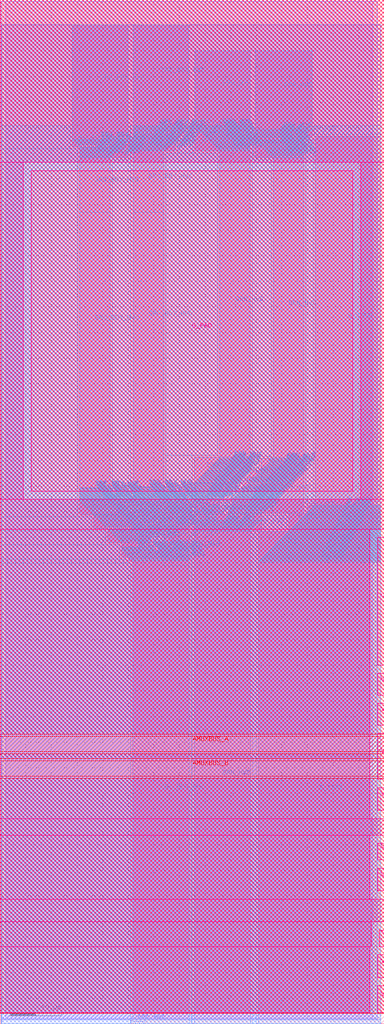
<source format=lef>
# Copyright 2020 The SkyWater PDK Authors
#
# Licensed under the Apache License, Version 2.0 (the "License");
# you may not use this file except in compliance with the License.
# You may obtain a copy of the License at
#
#     https://www.apache.org/licenses/LICENSE-2.0
#
# Unless required by applicable law or agreed to in writing, software
# distributed under the License is distributed on an "AS IS" BASIS,
# WITHOUT WARRANTIES OR CONDITIONS OF ANY KIND, either express or implied.
# See the License for the specific language governing permissions and
# limitations under the License.
#
# SPDX-License-Identifier: Apache-2.0

VERSION 5.7 ;
  NOWIREEXTENSIONATPIN ON ;
  DIVIDERCHAR "/" ;
  BUSBITCHARS "[]" ;
MACRO sky130_fd_io__top_ground_hvc_wpad
  CLASS PAD ;
  FOREIGN sky130_fd_io__top_ground_hvc_wpad ;
  ORIGIN  0.000000  0.000000 ;
  SIZE  75.00000 BY  200.0000 ;
  SYMMETRY X Y R90 ;
  PIN AMUXBUS_A
    DIRECTION INOUT ;
    USE SIGNAL ;
    PORT
      LAYER met4 ;
        RECT 0.000000 53.125000 75.000000 56.105000 ;
    END
  END AMUXBUS_A
  PIN AMUXBUS_B
    DIRECTION INOUT ;
    USE SIGNAL ;
    PORT
      LAYER met4 ;
        RECT 0.000000 48.365000 75.000000 51.345000 ;
    END
  END AMUXBUS_B
  PIN G_PAD
    DIRECTION INOUT ;
    USE SIGNAL ;
    PORT
      LAYER met5 ;
        RECT 6.100000 104.010000 68.800000 166.625000 ;
    END
  END G_PAD
  PIN DRN_HVC
    DIRECTION INOUT ;
    USE POWER ;
    PORT
      LAYER met3 ;
        RECT 37.890000 0.000000 48.890000 96.150000 ;
    END
    PORT
      LAYER met3 ;
        RECT 37.890000 100.105000 42.840000 100.215000 ;
    END
    PORT
      LAYER met3 ;
        RECT 37.890000 100.215000 42.840000 102.135000 ;
    END
    PORT
      LAYER met3 ;
        RECT 37.890000 102.135000 42.840000 102.285000 ;
    END
    PORT
      LAYER met3 ;
        RECT 37.890000 102.285000 42.990000 102.435000 ;
    END
    PORT
      LAYER met3 ;
        RECT 37.890000 102.435000 43.140000 102.585000 ;
    END
    PORT
      LAYER met3 ;
        RECT 37.890000 102.585000 43.290000 102.735000 ;
    END
    PORT
      LAYER met3 ;
        RECT 37.890000 102.735000 43.440000 102.885000 ;
    END
    PORT
      LAYER met3 ;
        RECT 37.890000 102.885000 43.590000 103.035000 ;
    END
    PORT
      LAYER met3 ;
        RECT 37.890000 103.035000 43.740000 103.185000 ;
    END
    PORT
      LAYER met3 ;
        RECT 37.890000 103.185000 43.890000 103.335000 ;
    END
    PORT
      LAYER met3 ;
        RECT 37.890000 103.335000 44.040000 103.485000 ;
    END
    PORT
      LAYER met3 ;
        RECT 37.890000 103.485000 44.190000 103.635000 ;
    END
    PORT
      LAYER met3 ;
        RECT 37.890000 103.635000 44.340000 103.785000 ;
    END
    PORT
      LAYER met3 ;
        RECT 37.890000 103.785000 44.490000 103.935000 ;
    END
    PORT
      LAYER met3 ;
        RECT 37.890000 103.935000 44.640000 104.085000 ;
    END
    PORT
      LAYER met3 ;
        RECT 37.890000 104.085000 44.790000 104.235000 ;
    END
    PORT
      LAYER met3 ;
        RECT 37.890000 104.235000 44.940000 104.385000 ;
    END
    PORT
      LAYER met3 ;
        RECT 37.890000 104.535000 45.240000 104.685000 ;
    END
    PORT
      LAYER met3 ;
        RECT 37.890000 104.685000 45.390000 104.835000 ;
    END
    PORT
      LAYER met3 ;
        RECT 37.890000 104.835000 45.540000 104.985000 ;
    END
    PORT
      LAYER met3 ;
        RECT 37.890000 104.985000 45.690000 105.135000 ;
    END
    PORT
      LAYER met3 ;
        RECT 37.890000 105.135000 45.840000 105.285000 ;
    END
    PORT
      LAYER met3 ;
        RECT 37.890000 105.285000 45.990000 105.435000 ;
    END
    PORT
      LAYER met3 ;
        RECT 37.890000 105.435000 46.140000 105.585000 ;
    END
    PORT
      LAYER met3 ;
        RECT 37.890000 105.585000 46.290000 105.655000 ;
    END
    PORT
      LAYER met3 ;
        RECT 37.890000 105.655000 42.855000 110.620000 ;
    END
    PORT
      LAYER met3 ;
        RECT 37.890000 96.150000 48.890000 96.300000 ;
    END
    PORT
      LAYER met3 ;
        RECT 37.890000 96.300000 49.040000 96.450000 ;
    END
    PORT
      LAYER met3 ;
        RECT 37.890000 96.450000 49.190000 96.600000 ;
    END
    PORT
      LAYER met3 ;
        RECT 37.890000 96.600000 49.340000 96.750000 ;
    END
    PORT
      LAYER met3 ;
        RECT 37.890000 96.750000 49.490000 96.900000 ;
    END
    PORT
      LAYER met3 ;
        RECT 37.890000 96.900000 49.640000 97.050000 ;
    END
    PORT
      LAYER met3 ;
        RECT 37.890000 97.050000 49.790000 97.200000 ;
    END
    PORT
      LAYER met3 ;
        RECT 37.890000 97.200000 49.940000 97.350000 ;
    END
    PORT
      LAYER met3 ;
        RECT 37.890000 97.350000 50.090000 97.500000 ;
    END
    PORT
      LAYER met3 ;
        RECT 37.890000 97.500000 50.240000 97.650000 ;
    END
    PORT
      LAYER met3 ;
        RECT 37.890000 97.650000 50.390000 97.800000 ;
    END
    PORT
      LAYER met3 ;
        RECT 37.890000 97.800000 50.540000 97.950000 ;
    END
    PORT
      LAYER met3 ;
        RECT 37.890000 97.950000 50.690000 98.100000 ;
    END
    PORT
      LAYER met3 ;
        RECT 37.890000 98.100000 50.840000 98.250000 ;
    END
    PORT
      LAYER met3 ;
        RECT 37.890000 98.300000 51.040000 99.505000 ;
    END
    PORT
      LAYER met3 ;
        RECT 37.890000 99.505000 43.400000 99.655000 ;
    END
    PORT
      LAYER met3 ;
        RECT 37.890000 99.655000 43.250000 99.805000 ;
    END
    PORT
      LAYER met3 ;
        RECT 37.890000 99.805000 43.100000 99.955000 ;
    END
    PORT
      LAYER met3 ;
        RECT 37.965000 170.460000 42.855000 175.350000 ;
    END
    PORT
      LAYER met3 ;
        RECT 37.965000 175.350000 48.855000 190.020000 ;
    END
    PORT
      LAYER met3 ;
        RECT 38.040000 105.655000 46.360000 105.805000 ;
    END
    PORT
      LAYER met3 ;
        RECT 38.055000 175.260000 48.855000 175.350000 ;
    END
    PORT
      LAYER met3 ;
        RECT 38.190000 105.805000 46.510000 105.955000 ;
    END
    PORT
      LAYER met3 ;
        RECT 38.205000 175.110000 48.855000 175.260000 ;
    END
    PORT
      LAYER met3 ;
        RECT 38.355000 174.960000 48.855000 175.110000 ;
    END
    PORT
      LAYER met3 ;
        RECT 38.490000 106.105000 46.810000 106.255000 ;
    END
    PORT
      LAYER met3 ;
        RECT 38.505000 174.810000 48.855000 174.960000 ;
    END
    PORT
      LAYER met3 ;
        RECT 38.640000 106.255000 46.960000 106.405000 ;
    END
    PORT
      LAYER met3 ;
        RECT 38.655000 174.660000 48.855000 174.810000 ;
    END
    PORT
      LAYER met3 ;
        RECT 38.790000 106.405000 47.110000 106.555000 ;
    END
    PORT
      LAYER met3 ;
        RECT 38.805000 174.510000 48.855000 174.660000 ;
    END
    PORT
      LAYER met3 ;
        RECT 38.940000 106.555000 47.260000 106.705000 ;
    END
    PORT
      LAYER met3 ;
        RECT 38.955000 174.360000 48.855000 174.510000 ;
    END
    PORT
      LAYER met3 ;
        RECT 39.090000 106.705000 47.410000 106.855000 ;
    END
    PORT
      LAYER met3 ;
        RECT 39.105000 174.210000 48.855000 174.360000 ;
    END
    PORT
      LAYER met3 ;
        RECT 39.240000 106.855000 47.560000 107.005000 ;
    END
    PORT
      LAYER met3 ;
        RECT 39.255000 174.060000 48.855000 174.210000 ;
    END
    PORT
      LAYER met3 ;
        RECT 39.390000 107.005000 47.710000 107.155000 ;
    END
    PORT
      LAYER met3 ;
        RECT 39.405000 173.910000 48.855000 174.060000 ;
    END
    PORT
      LAYER met3 ;
        RECT 39.540000 107.155000 47.860000 107.305000 ;
    END
    PORT
      LAYER met3 ;
        RECT 39.555000 173.760000 48.855000 173.910000 ;
    END
    PORT
      LAYER met3 ;
        RECT 39.690000 107.305000 48.010000 107.455000 ;
    END
    PORT
      LAYER met3 ;
        RECT 39.705000 173.610000 48.855000 173.760000 ;
    END
    PORT
      LAYER met3 ;
        RECT 39.840000 107.455000 48.160000 107.605000 ;
    END
    PORT
      LAYER met3 ;
        RECT 39.855000 173.460000 48.855000 173.610000 ;
    END
    PORT
      LAYER met3 ;
        RECT 39.990000 107.605000 48.310000 107.755000 ;
    END
    PORT
      LAYER met3 ;
        RECT 40.005000 173.310000 48.855000 173.460000 ;
    END
    PORT
      LAYER met3 ;
        RECT 40.140000 107.755000 48.460000 107.905000 ;
    END
    PORT
      LAYER met3 ;
        RECT 40.155000 173.160000 48.855000 173.310000 ;
    END
    PORT
      LAYER met3 ;
        RECT 40.290000 107.905000 48.610000 108.055000 ;
    END
    PORT
      LAYER met3 ;
        RECT 40.305000 173.010000 48.855000 173.160000 ;
    END
    PORT
      LAYER met3 ;
        RECT 40.455000 172.860000 48.855000 173.010000 ;
    END
    PORT
      LAYER met3 ;
        RECT 40.535000 108.150000 48.855000 108.300000 ;
    END
    PORT
      LAYER met3 ;
        RECT 40.605000 172.710000 48.855000 172.860000 ;
    END
    PORT
      LAYER met3 ;
        RECT 40.685000 108.300000 48.855000 108.450000 ;
    END
    PORT
      LAYER met3 ;
        RECT 40.755000 172.560000 48.855000 172.710000 ;
    END
    PORT
      LAYER met3 ;
        RECT 40.835000 108.450000 48.855000 108.600000 ;
    END
    PORT
      LAYER met3 ;
        RECT 40.905000 172.410000 48.855000 172.560000 ;
    END
    PORT
      LAYER met3 ;
        RECT 40.985000 108.600000 48.855000 108.750000 ;
    END
    PORT
      LAYER met3 ;
        RECT 41.055000 172.260000 48.855000 172.410000 ;
    END
    PORT
      LAYER met3 ;
        RECT 41.135000 108.750000 48.855000 108.900000 ;
    END
    PORT
      LAYER met3 ;
        RECT 41.205000 172.110000 48.855000 172.260000 ;
    END
    PORT
      LAYER met3 ;
        RECT 41.285000 108.900000 48.855000 109.050000 ;
    END
    PORT
      LAYER met3 ;
        RECT 41.355000 171.960000 48.855000 172.110000 ;
    END
    PORT
      LAYER met3 ;
        RECT 41.435000 109.050000 48.855000 109.200000 ;
    END
    PORT
      LAYER met3 ;
        RECT 41.505000 171.810000 48.855000 171.960000 ;
    END
    PORT
      LAYER met3 ;
        RECT 41.585000 109.200000 48.855000 109.350000 ;
    END
    PORT
      LAYER met3 ;
        RECT 41.655000 171.660000 48.855000 171.810000 ;
    END
    PORT
      LAYER met3 ;
        RECT 41.735000 109.350000 48.855000 109.500000 ;
    END
    PORT
      LAYER met3 ;
        RECT 41.805000 171.510000 48.855000 171.660000 ;
    END
    PORT
      LAYER met3 ;
        RECT 41.885000 109.500000 48.855000 109.650000 ;
    END
    PORT
      LAYER met3 ;
        RECT 41.955000 171.360000 48.855000 171.510000 ;
    END
    PORT
      LAYER met3 ;
        RECT 42.035000 109.650000 48.855000 109.800000 ;
    END
    PORT
      LAYER met3 ;
        RECT 42.105000 171.210000 48.855000 171.360000 ;
    END
    PORT
      LAYER met3 ;
        RECT 42.185000 109.800000 48.855000 109.950000 ;
    END
    PORT
      LAYER met3 ;
        RECT 42.255000 171.060000 48.855000 171.210000 ;
    END
    PORT
      LAYER met3 ;
        RECT 42.335000 109.950000 48.855000 110.100000 ;
    END
    PORT
      LAYER met3 ;
        RECT 42.405000 170.910000 48.855000 171.060000 ;
    END
    PORT
      LAYER met3 ;
        RECT 42.485000 110.100000 48.855000 110.250000 ;
    END
    PORT
      LAYER met3 ;
        RECT 42.555000 170.760000 48.855000 170.910000 ;
    END
    PORT
      LAYER met3 ;
        RECT 42.635000 110.250000 48.855000 110.400000 ;
    END
    PORT
      LAYER met3 ;
        RECT 42.840000 102.135000 45.240000 104.535000 ;
    END
    PORT
      LAYER met3 ;
        RECT 42.840000 99.505000 43.550000 100.215000 ;
    END
    PORT
      LAYER met3 ;
        RECT 42.855000 108.150000 48.855000 110.620000 ;
    END
    PORT
      LAYER met3 ;
        RECT 42.855000 110.620000 48.855000 170.460000 ;
    END
    PORT
      LAYER met3 ;
        RECT 42.855000 170.460000 48.855000 170.610000 ;
    END
    PORT
      LAYER met3 ;
        RECT 44.550000 99.505000 45.260000 100.215000 ;
    END
    PORT
      LAYER met3 ;
        RECT 44.655000 99.505000 51.040000 99.610000 ;
    END
    PORT
      LAYER met3 ;
        RECT 44.760000 99.610000 51.040000 99.715000 ;
    END
    PORT
      LAYER met3 ;
        RECT 44.910000 99.715000 51.040000 99.865000 ;
    END
    PORT
      LAYER met3 ;
        RECT 45.060000 99.865000 51.190000 100.015000 ;
    END
    PORT
      LAYER met3 ;
        RECT 45.240000 104.535000 46.715000 106.010000 ;
    END
    PORT
      LAYER met3 ;
        RECT 45.260000 100.165000 51.490000 100.215000 ;
    END
    PORT
      LAYER met3 ;
        RECT 45.260000 100.215000 51.540000 100.365000 ;
    END
    PORT
      LAYER met3 ;
        RECT 45.260000 100.365000 51.690000 100.515000 ;
    END
    PORT
      LAYER met3 ;
        RECT 45.260000 100.515000 51.840000 100.665000 ;
    END
    PORT
      LAYER met3 ;
        RECT 45.260000 100.665000 51.990000 100.815000 ;
    END
    PORT
      LAYER met3 ;
        RECT 45.260000 100.815000 52.140000 100.965000 ;
    END
    PORT
      LAYER met3 ;
        RECT 45.260000 100.965000 52.290000 101.115000 ;
    END
    PORT
      LAYER met3 ;
        RECT 45.260000 101.115000 52.440000 101.265000 ;
    END
    PORT
      LAYER met3 ;
        RECT 45.260000 101.265000 52.590000 101.415000 ;
    END
    PORT
      LAYER met3 ;
        RECT 45.260000 101.415000 52.740000 101.565000 ;
    END
    PORT
      LAYER met3 ;
        RECT 45.260000 101.565000 52.890000 101.715000 ;
    END
    PORT
      LAYER met3 ;
        RECT 45.260000 101.715000 53.040000 101.865000 ;
    END
    PORT
      LAYER met3 ;
        RECT 45.260000 101.865000 53.190000 102.015000 ;
    END
    PORT
      LAYER met3 ;
        RECT 45.260000 102.015000 53.340000 102.165000 ;
    END
    PORT
      LAYER met3 ;
        RECT 45.260000 102.165000 53.490000 102.315000 ;
    END
    PORT
      LAYER met3 ;
        RECT 45.260000 102.315000 53.640000 102.415000 ;
    END
    PORT
      LAYER met3 ;
        RECT 45.260000 102.415000 47.380000 104.535000 ;
    END
    PORT
      LAYER met3 ;
        RECT 45.410000 102.415000 53.740000 102.565000 ;
    END
    PORT
      LAYER met3 ;
        RECT 45.560000 102.565000 53.890000 102.715000 ;
    END
    PORT
      LAYER met3 ;
        RECT 45.710000 102.715000 54.040000 102.865000 ;
    END
    PORT
      LAYER met3 ;
        RECT 45.860000 102.865000 54.190000 103.015000 ;
    END
    PORT
      LAYER met3 ;
        RECT 46.010000 103.015000 54.340000 103.165000 ;
    END
    PORT
      LAYER met3 ;
        RECT 46.160000 103.165000 54.490000 103.315000 ;
    END
    PORT
      LAYER met3 ;
        RECT 46.310000 103.315000 54.640000 103.465000 ;
    END
    PORT
      LAYER met3 ;
        RECT 46.460000 103.465000 54.790000 103.615000 ;
    END
    PORT
      LAYER met3 ;
        RECT 46.610000 103.615000 54.940000 103.765000 ;
    END
    PORT
      LAYER met3 ;
        RECT 46.715000 106.010000 48.855000 108.150000 ;
    END
    PORT
      LAYER met3 ;
        RECT 46.760000 103.765000 55.090000 103.915000 ;
    END
    PORT
      LAYER met3 ;
        RECT 46.910000 103.915000 55.240000 104.065000 ;
    END
    PORT
      LAYER met3 ;
        RECT 47.060000 104.065000 55.390000 104.215000 ;
    END
    PORT
      LAYER met3 ;
        RECT 47.210000 104.215000 55.540000 104.365000 ;
    END
    PORT
      LAYER met3 ;
        RECT 47.380000 104.535000 48.855000 106.010000 ;
    END
    PORT
      LAYER met3 ;
        RECT 47.510000 104.515000 55.840000 104.665000 ;
    END
    PORT
      LAYER met3 ;
        RECT 47.660000 104.665000 55.990000 104.815000 ;
    END
    PORT
      LAYER met3 ;
        RECT 47.810000 104.815000 56.140000 104.965000 ;
    END
    PORT
      LAYER met3 ;
        RECT 47.960000 104.965000 56.290000 105.115000 ;
    END
    PORT
      LAYER met3 ;
        RECT 48.110000 105.115000 56.440000 105.265000 ;
    END
    PORT
      LAYER met3 ;
        RECT 48.260000 105.265000 56.590000 105.415000 ;
    END
    PORT
      LAYER met3 ;
        RECT 48.410000 105.415000 56.740000 105.565000 ;
    END
    PORT
      LAYER met3 ;
        RECT 48.560000 105.565000 56.890000 105.715000 ;
    END
    PORT
      LAYER met3 ;
        RECT 48.855000 106.010000 50.995000 108.150000 ;
    END
    PORT
      LAYER met3 ;
        RECT 48.860000 105.865000 57.190000 106.015000 ;
    END
    PORT
      LAYER met3 ;
        RECT 48.890000 96.150000 51.040000 98.300000 ;
    END
    PORT
      LAYER met3 ;
        RECT 49.010000 106.015000 57.340000 106.165000 ;
    END
    PORT
      LAYER met3 ;
        RECT 49.160000 106.165000 57.490000 106.315000 ;
    END
    PORT
      LAYER met3 ;
        RECT 49.310000 106.315000 57.640000 106.465000 ;
    END
    PORT
      LAYER met3 ;
        RECT 49.460000 106.465000 57.790000 106.615000 ;
    END
    PORT
      LAYER met3 ;
        RECT 49.610000 106.615000 57.940000 106.765000 ;
    END
    PORT
      LAYER met3 ;
        RECT 49.760000 106.765000 58.090000 106.915000 ;
    END
    PORT
      LAYER met3 ;
        RECT 49.775000 169.135000 53.285000 172.645000 ;
    END
    PORT
      LAYER met3 ;
        RECT 49.775000 172.645000 59.285000 173.020000 ;
    END
    PORT
      LAYER met3 ;
        RECT 49.775000 172.645000 59.285000 173.170000 ;
    END
    PORT
      LAYER met3 ;
        RECT 49.775000 173.170000 59.435000 173.320000 ;
    END
    PORT
      LAYER met3 ;
        RECT 49.775000 173.320000 59.585000 173.470000 ;
    END
    PORT
      LAYER met3 ;
        RECT 49.775000 173.470000 59.735000 173.620000 ;
    END
    PORT
      LAYER met3 ;
        RECT 49.775000 173.620000 59.885000 173.770000 ;
    END
    PORT
      LAYER met3 ;
        RECT 49.775000 173.770000 60.035000 173.920000 ;
    END
    PORT
      LAYER met3 ;
        RECT 49.775000 173.920000 60.185000 174.070000 ;
    END
    PORT
      LAYER met3 ;
        RECT 49.775000 174.070000 60.335000 174.220000 ;
    END
    PORT
      LAYER met3 ;
        RECT 49.775000 174.220000 60.485000 174.370000 ;
    END
    PORT
      LAYER met3 ;
        RECT 49.775000 174.370000 60.635000 174.520000 ;
    END
    PORT
      LAYER met3 ;
        RECT 49.775000 174.520000 60.785000 174.670000 ;
    END
    PORT
      LAYER met3 ;
        RECT 49.775000 174.680000 60.945000 190.040000 ;
    END
    PORT
      LAYER met3 ;
        RECT 49.835000 172.585000 59.285000 172.645000 ;
    END
    PORT
      LAYER met3 ;
        RECT 49.910000 106.915000 58.240000 107.065000 ;
    END
    PORT
      LAYER met3 ;
        RECT 49.985000 172.435000 59.285000 172.585000 ;
    END
    PORT
      LAYER met3 ;
        RECT 50.060000 107.065000 58.390000 107.215000 ;
    END
    PORT
      LAYER met3 ;
        RECT 50.135000 172.285000 59.285000 172.435000 ;
    END
    PORT
      LAYER met3 ;
        RECT 50.210000 107.215000 58.540000 107.365000 ;
    END
    PORT
      LAYER met3 ;
        RECT 50.285000 172.135000 59.285000 172.285000 ;
    END
    PORT
      LAYER met3 ;
        RECT 50.360000 107.365000 58.690000 107.515000 ;
    END
    PORT
      LAYER met3 ;
        RECT 50.435000 171.985000 59.285000 172.135000 ;
    END
    PORT
      LAYER met3 ;
        RECT 50.510000 107.515000 58.840000 107.665000 ;
    END
    PORT
      LAYER met3 ;
        RECT 50.585000 171.835000 59.285000 171.985000 ;
    END
    PORT
      LAYER met3 ;
        RECT 50.660000 107.665000 58.990000 107.815000 ;
    END
    PORT
      LAYER met3 ;
        RECT 50.735000 171.685000 59.285000 171.835000 ;
    END
    PORT
      LAYER met3 ;
        RECT 50.885000 171.535000 59.285000 171.685000 ;
    END
    PORT
      LAYER met3 ;
        RECT 50.995000 108.150000 53.285000 110.440000 ;
    END
    PORT
      LAYER met3 ;
        RECT 51.035000 171.385000 59.285000 171.535000 ;
    END
    PORT
      LAYER met3 ;
        RECT 51.040000 99.715000 59.285000 107.960000 ;
    END
    PORT
      LAYER met3 ;
        RECT 51.105000 108.110000 59.285000 108.260000 ;
    END
    PORT
      LAYER met3 ;
        RECT 51.185000 171.235000 59.285000 171.385000 ;
    END
    PORT
      LAYER met3 ;
        RECT 51.255000 108.260000 59.285000 108.410000 ;
    END
    PORT
      LAYER met3 ;
        RECT 51.335000 171.085000 59.285000 171.235000 ;
    END
    PORT
      LAYER met3 ;
        RECT 51.405000 108.410000 59.285000 108.560000 ;
    END
    PORT
      LAYER met3 ;
        RECT 51.485000 170.935000 59.285000 171.085000 ;
    END
    PORT
      LAYER met3 ;
        RECT 51.555000 108.560000 59.285000 108.710000 ;
    END
    PORT
      LAYER met3 ;
        RECT 51.635000 170.785000 59.285000 170.935000 ;
    END
    PORT
      LAYER met3 ;
        RECT 51.705000 108.710000 59.285000 108.860000 ;
    END
    PORT
      LAYER met3 ;
        RECT 51.785000 170.635000 59.285000 170.785000 ;
    END
    PORT
      LAYER met3 ;
        RECT 51.855000 108.860000 59.285000 109.010000 ;
    END
    PORT
      LAYER met3 ;
        RECT 51.935000 170.485000 59.285000 170.635000 ;
    END
    PORT
      LAYER met3 ;
        RECT 52.005000 109.010000 59.285000 109.160000 ;
    END
    PORT
      LAYER met3 ;
        RECT 52.085000 170.335000 59.285000 170.485000 ;
    END
    PORT
      LAYER met3 ;
        RECT 52.155000 109.160000 59.285000 109.310000 ;
    END
    PORT
      LAYER met3 ;
        RECT 52.235000 170.185000 59.285000 170.335000 ;
    END
    PORT
      LAYER met3 ;
        RECT 52.305000 109.310000 59.285000 109.460000 ;
    END
    PORT
      LAYER met3 ;
        RECT 52.385000 170.035000 59.285000 170.185000 ;
    END
    PORT
      LAYER met3 ;
        RECT 52.455000 109.460000 59.285000 109.610000 ;
    END
    PORT
      LAYER met3 ;
        RECT 52.535000 169.885000 59.285000 170.035000 ;
    END
    PORT
      LAYER met3 ;
        RECT 52.605000 109.610000 59.285000 109.760000 ;
    END
    PORT
      LAYER met3 ;
        RECT 52.685000 169.735000 59.285000 169.885000 ;
    END
    PORT
      LAYER met3 ;
        RECT 52.755000 109.760000 59.285000 109.910000 ;
    END
    PORT
      LAYER met3 ;
        RECT 52.835000 169.585000 59.285000 169.735000 ;
    END
    PORT
      LAYER met3 ;
        RECT 52.905000 109.910000 59.285000 110.060000 ;
    END
    PORT
      LAYER met3 ;
        RECT 52.985000 169.435000 59.285000 169.585000 ;
    END
    PORT
      LAYER met3 ;
        RECT 53.055000 110.060000 59.285000 110.210000 ;
    END
    PORT
      LAYER met3 ;
        RECT 53.285000 107.960000 59.285000 110.440000 ;
    END
    PORT
      LAYER met3 ;
        RECT 53.285000 110.440000 59.285000 169.135000 ;
    END
    PORT
      LAYER met3 ;
        RECT 53.285000 169.135000 59.285000 169.285000 ;
    END
    PORT
      LAYER met3 ;
        RECT 59.285000 173.020000 60.945000 174.680000 ;
    END
  END DRN_HVC
  PIN G_CORE
    DIRECTION INOUT ;
    USE GROUND ;
    PORT
      LAYER met3 ;
        RECT 50.390000 0.000000 74.290000 90.185000 ;
    END
    PORT
      LAYER met3 ;
        RECT 50.390000 90.185000 56.355000 96.150000 ;
    END
    PORT
      LAYER met3 ;
        RECT 50.540000 90.185000 74.290000 90.335000 ;
    END
    PORT
      LAYER met3 ;
        RECT 50.690000 90.335000 74.290000 90.485000 ;
    END
    PORT
      LAYER met3 ;
        RECT 50.840000 90.485000 74.290000 90.635000 ;
    END
    PORT
      LAYER met3 ;
        RECT 50.990000 90.635000 74.290000 90.785000 ;
    END
    PORT
      LAYER met3 ;
        RECT 51.140000 90.785000 74.290000 90.935000 ;
    END
    PORT
      LAYER met3 ;
        RECT 51.290000 90.935000 74.290000 91.085000 ;
    END
    PORT
      LAYER met3 ;
        RECT 51.440000 91.085000 74.290000 91.235000 ;
    END
    PORT
      LAYER met3 ;
        RECT 51.590000 91.235000 74.290000 91.385000 ;
    END
    PORT
      LAYER met3 ;
        RECT 51.740000 91.385000 74.290000 91.535000 ;
    END
    PORT
      LAYER met3 ;
        RECT 51.890000 91.535000 74.290000 91.685000 ;
    END
    PORT
      LAYER met3 ;
        RECT 52.040000 91.685000 74.290000 91.835000 ;
    END
    PORT
      LAYER met3 ;
        RECT 52.190000 91.835000 74.290000 91.985000 ;
    END
    PORT
      LAYER met3 ;
        RECT 52.340000 91.985000 74.290000 92.135000 ;
    END
    PORT
      LAYER met3 ;
        RECT 52.490000 92.135000 74.290000 92.285000 ;
    END
    PORT
      LAYER met3 ;
        RECT 52.640000 92.285000 74.290000 92.435000 ;
    END
    PORT
      LAYER met3 ;
        RECT 52.790000 92.435000 74.290000 92.585000 ;
    END
    PORT
      LAYER met3 ;
        RECT 52.940000 92.585000 74.290000 92.735000 ;
    END
    PORT
      LAYER met3 ;
        RECT 53.090000 92.735000 74.290000 92.885000 ;
    END
    PORT
      LAYER met3 ;
        RECT 53.240000 92.885000 74.290000 93.035000 ;
    END
    PORT
      LAYER met3 ;
        RECT 53.390000 93.035000 74.290000 93.185000 ;
    END
    PORT
      LAYER met3 ;
        RECT 53.540000 93.185000 74.290000 93.335000 ;
    END
    PORT
      LAYER met3 ;
        RECT 53.690000 93.335000 74.290000 93.485000 ;
    END
    PORT
      LAYER met3 ;
        RECT 53.840000 93.485000 74.290000 93.635000 ;
    END
    PORT
      LAYER met3 ;
        RECT 53.990000 93.635000 74.290000 93.785000 ;
    END
    PORT
      LAYER met3 ;
        RECT 54.140000 93.785000 74.290000 93.935000 ;
    END
    PORT
      LAYER met3 ;
        RECT 54.290000 93.935000 74.290000 94.085000 ;
    END
    PORT
      LAYER met3 ;
        RECT 54.440000 94.085000 74.290000 94.235000 ;
    END
    PORT
      LAYER met3 ;
        RECT 54.590000 94.235000 74.290000 94.385000 ;
    END
    PORT
      LAYER met3 ;
        RECT 54.740000 94.385000 74.290000 94.535000 ;
    END
    PORT
      LAYER met3 ;
        RECT 54.890000 94.535000 74.290000 94.685000 ;
    END
    PORT
      LAYER met3 ;
        RECT 55.040000 94.685000 74.290000 94.835000 ;
    END
    PORT
      LAYER met3 ;
        RECT 55.190000 94.835000 74.290000 94.985000 ;
    END
    PORT
      LAYER met3 ;
        RECT 55.340000 94.985000 74.290000 95.135000 ;
    END
    PORT
      LAYER met3 ;
        RECT 55.490000 95.135000 74.290000 95.285000 ;
    END
    PORT
      LAYER met3 ;
        RECT 55.640000 95.285000 74.290000 95.435000 ;
    END
    PORT
      LAYER met3 ;
        RECT 55.790000 95.435000 74.290000 95.585000 ;
    END
    PORT
      LAYER met3 ;
        RECT 55.940000 95.585000 74.290000 95.735000 ;
    END
    PORT
      LAYER met3 ;
        RECT 56.090000 95.735000 74.290000 95.885000 ;
    END
    PORT
      LAYER met3 ;
        RECT 56.355000 96.150000 59.920000 99.715000 ;
    END
    PORT
      LAYER met3 ;
        RECT 56.390000 96.035000 74.290000 96.185000 ;
    END
    PORT
      LAYER met3 ;
        RECT 56.540000 96.185000 74.290000 96.335000 ;
    END
    PORT
      LAYER met3 ;
        RECT 56.690000 96.335000 74.290000 96.485000 ;
    END
    PORT
      LAYER met3 ;
        RECT 56.840000 96.485000 74.290000 96.635000 ;
    END
    PORT
      LAYER met3 ;
        RECT 56.990000 96.635000 74.290000 96.785000 ;
    END
    PORT
      LAYER met3 ;
        RECT 57.140000 96.785000 74.290000 96.935000 ;
    END
    PORT
      LAYER met3 ;
        RECT 57.290000 96.935000 74.290000 97.085000 ;
    END
    PORT
      LAYER met3 ;
        RECT 57.440000 97.085000 74.290000 97.235000 ;
    END
    PORT
      LAYER met3 ;
        RECT 57.590000 97.235000 74.290000 97.385000 ;
    END
    PORT
      LAYER met3 ;
        RECT 57.740000 97.385000 74.290000 97.535000 ;
    END
    PORT
      LAYER met3 ;
        RECT 57.890000 97.535000 74.290000 97.685000 ;
    END
    PORT
      LAYER met3 ;
        RECT 58.040000 97.685000 74.290000 97.835000 ;
    END
    PORT
      LAYER met3 ;
        RECT 58.190000 97.835000 74.290000 97.985000 ;
    END
    PORT
      LAYER met3 ;
        RECT 58.340000 97.985000 74.290000 98.135000 ;
    END
    PORT
      LAYER met3 ;
        RECT 58.490000 98.135000 74.290000 98.285000 ;
    END
    PORT
      LAYER met3 ;
        RECT 58.640000 98.285000 74.290000 98.435000 ;
    END
    PORT
      LAYER met3 ;
        RECT 58.790000 98.435000 74.290000 98.585000 ;
    END
    PORT
      LAYER met3 ;
        RECT 58.940000 98.585000 74.290000 98.735000 ;
    END
    PORT
      LAYER met3 ;
        RECT 59.090000 98.735000 74.290000 98.885000 ;
    END
    PORT
      LAYER met3 ;
        RECT 59.240000 98.885000 74.290000 99.035000 ;
    END
    PORT
      LAYER met3 ;
        RECT 59.390000 99.035000 74.290000 99.185000 ;
    END
    PORT
      LAYER met3 ;
        RECT 59.540000 99.185000 74.290000 99.335000 ;
    END
    PORT
      LAYER met3 ;
        RECT 59.690000 99.335000 74.290000 99.485000 ;
    END
    PORT
      LAYER met3 ;
        RECT 59.920000 99.715000 61.500000 101.295000 ;
    END
    PORT
      LAYER met3 ;
        RECT 59.990000 99.635000 74.290000 99.785000 ;
    END
    PORT
      LAYER met3 ;
        RECT 60.140000 99.785000 74.290000 99.935000 ;
    END
    PORT
      LAYER met3 ;
        RECT 60.290000 99.935000 74.290000 100.085000 ;
    END
    PORT
      LAYER met3 ;
        RECT 60.440000 100.085000 74.290000 100.235000 ;
    END
    PORT
      LAYER met3 ;
        RECT 60.590000 100.235000 74.290000 100.385000 ;
    END
    PORT
      LAYER met3 ;
        RECT 60.740000 100.385000 74.290000 100.535000 ;
    END
    PORT
      LAYER met3 ;
        RECT 60.890000 100.535000 74.290000 100.685000 ;
    END
    PORT
      LAYER met3 ;
        RECT 61.040000 100.685000 74.290000 100.835000 ;
    END
    PORT
      LAYER met3 ;
        RECT 61.190000 100.835000 74.290000 100.985000 ;
    END
    PORT
      LAYER met3 ;
        RECT 61.340000 100.985000 74.290000 101.135000 ;
    END
    PORT
      LAYER met3 ;
        RECT 61.500000 101.285000 74.290000 101.295000 ;
    END
    PORT
      LAYER met3 ;
        RECT 61.500000 101.295000 74.290000 173.320000 ;
    END
  END G_CORE
  PIN OGC_HVC
    DIRECTION INOUT ;
    USE POWER ;
    PORT
      LAYER met2 ;
        RECT 25.895000 0.000000 27.895000 0.535000 ;
    END
  END OGC_HVC
  PIN SRC_BDY_HVC
    DIRECTION INOUT ;
    USE GROUND ;
    PORT
      LAYER met3 ;
        RECT 14.050000 171.305000 15.500000 172.755000 ;
    END
    PORT
      LAYER met3 ;
        RECT 14.050000 172.755000 25.010000 195.100000 ;
    END
    PORT
      LAYER met3 ;
        RECT 14.055000 172.750000 25.010000 172.755000 ;
    END
    PORT
      LAYER met3 ;
        RECT 14.110000 172.695000 25.010000 172.750000 ;
    END
    PORT
      LAYER met3 ;
        RECT 14.165000 172.640000 25.010000 172.695000 ;
    END
    PORT
      LAYER met3 ;
        RECT 14.300000 172.505000 24.875000 172.640000 ;
    END
    PORT
      LAYER met3 ;
        RECT 14.450000 172.355000 24.725000 172.505000 ;
    END
    PORT
      LAYER met3 ;
        RECT 14.600000 172.205000 24.575000 172.355000 ;
    END
    PORT
      LAYER met3 ;
        RECT 14.750000 172.055000 24.425000 172.205000 ;
    END
    PORT
      LAYER met3 ;
        RECT 14.900000 171.905000 24.275000 172.055000 ;
    END
    PORT
      LAYER met3 ;
        RECT 15.050000 171.755000 24.125000 171.905000 ;
    END
    PORT
      LAYER met3 ;
        RECT 15.200000 171.605000 23.975000 171.755000 ;
    END
    PORT
      LAYER met3 ;
        RECT 15.500000 102.200000 23.830000 102.350000 ;
    END
    PORT
      LAYER met3 ;
        RECT 15.500000 102.350000 23.680000 102.500000 ;
    END
    PORT
      LAYER met3 ;
        RECT 15.500000 102.500000 23.530000 102.650000 ;
    END
    PORT
      LAYER met3 ;
        RECT 15.500000 102.650000 23.380000 102.800000 ;
    END
    PORT
      LAYER met3 ;
        RECT 15.500000 102.800000 23.230000 102.950000 ;
    END
    PORT
      LAYER met3 ;
        RECT 15.500000 102.950000 23.080000 103.100000 ;
    END
    PORT
      LAYER met3 ;
        RECT 15.500000 103.100000 22.930000 103.250000 ;
    END
    PORT
      LAYER met3 ;
        RECT 15.500000 103.250000 22.780000 103.400000 ;
    END
    PORT
      LAYER met3 ;
        RECT 15.500000 103.400000 22.630000 103.550000 ;
    END
    PORT
      LAYER met3 ;
        RECT 15.500000 103.550000 22.480000 103.700000 ;
    END
    PORT
      LAYER met3 ;
        RECT 15.500000 103.700000 22.330000 103.850000 ;
    END
    PORT
      LAYER met3 ;
        RECT 15.500000 103.850000 22.180000 104.000000 ;
    END
    PORT
      LAYER met3 ;
        RECT 15.500000 104.000000 22.030000 104.150000 ;
    END
    PORT
      LAYER met3 ;
        RECT 15.500000 104.150000 21.880000 104.300000 ;
    END
    PORT
      LAYER met3 ;
        RECT 15.500000 104.300000 21.730000 104.450000 ;
    END
    PORT
      LAYER met3 ;
        RECT 15.500000 104.450000 21.580000 104.600000 ;
    END
    PORT
      LAYER met3 ;
        RECT 15.500000 104.600000 21.500000 104.680000 ;
    END
    PORT
      LAYER met3 ;
        RECT 15.500000 104.680000 21.500000 169.130000 ;
    END
    PORT
      LAYER met3 ;
        RECT 15.500000 158.470000 21.500000 169.280000 ;
    END
    PORT
      LAYER met3 ;
        RECT 15.500000 169.280000 21.650000 169.430000 ;
    END
    PORT
      LAYER met3 ;
        RECT 15.500000 169.430000 21.800000 169.580000 ;
    END
    PORT
      LAYER met3 ;
        RECT 15.500000 169.580000 21.950000 169.730000 ;
    END
    PORT
      LAYER met3 ;
        RECT 15.500000 169.730000 22.100000 169.880000 ;
    END
    PORT
      LAYER met3 ;
        RECT 15.500000 169.880000 22.250000 170.030000 ;
    END
    PORT
      LAYER met3 ;
        RECT 15.500000 170.030000 22.400000 170.180000 ;
    END
    PORT
      LAYER met3 ;
        RECT 15.500000 170.180000 22.550000 170.330000 ;
    END
    PORT
      LAYER met3 ;
        RECT 15.500000 170.330000 22.700000 170.480000 ;
    END
    PORT
      LAYER met3 ;
        RECT 15.500000 170.480000 22.850000 170.630000 ;
    END
    PORT
      LAYER met3 ;
        RECT 15.500000 170.630000 23.000000 170.780000 ;
    END
    PORT
      LAYER met3 ;
        RECT 15.500000 170.780000 23.150000 170.930000 ;
    END
    PORT
      LAYER met3 ;
        RECT 15.500000 170.930000 23.300000 171.080000 ;
    END
    PORT
      LAYER met3 ;
        RECT 15.500000 171.080000 23.450000 171.230000 ;
    END
    PORT
      LAYER met3 ;
        RECT 15.500000 171.230000 23.600000 171.305000 ;
    END
    PORT
      LAYER met3 ;
        RECT 15.500000 99.395000 18.305000 102.200000 ;
    END
    PORT
      LAYER met3 ;
        RECT 15.645000 102.055000 23.980000 102.200000 ;
    END
    PORT
      LAYER met3 ;
        RECT 15.795000 101.905000 24.125000 102.055000 ;
    END
    PORT
      LAYER met3 ;
        RECT 15.945000 101.755000 24.275000 101.905000 ;
    END
    PORT
      LAYER met3 ;
        RECT 16.095000 101.605000 24.425000 101.755000 ;
    END
    PORT
      LAYER met3 ;
        RECT 16.245000 101.455000 24.575000 101.605000 ;
    END
    PORT
      LAYER met3 ;
        RECT 16.395000 101.305000 24.725000 101.455000 ;
    END
    PORT
      LAYER met3 ;
        RECT 16.545000 101.155000 24.875000 101.305000 ;
    END
    PORT
      LAYER met3 ;
        RECT 16.695000 101.005000 25.025000 101.155000 ;
    END
    PORT
      LAYER met3 ;
        RECT 16.845000 100.855000 25.175000 101.005000 ;
    END
    PORT
      LAYER met3 ;
        RECT 16.995000 100.705000 25.325000 100.855000 ;
    END
    PORT
      LAYER met3 ;
        RECT 17.145000 100.555000 25.475000 100.705000 ;
    END
    PORT
      LAYER met3 ;
        RECT 17.295000 100.405000 25.625000 100.555000 ;
    END
    PORT
      LAYER met3 ;
        RECT 17.445000 100.255000 25.775000 100.405000 ;
    END
    PORT
      LAYER met3 ;
        RECT 17.745000 99.955000 26.075000 100.105000 ;
    END
    PORT
      LAYER met3 ;
        RECT 17.895000 99.805000 26.225000 99.955000 ;
    END
    PORT
      LAYER met3 ;
        RECT 18.045000 99.655000 26.375000 99.805000 ;
    END
    PORT
      LAYER met3 ;
        RECT 18.305000 96.665000 21.035000 99.395000 ;
    END
    PORT
      LAYER met3 ;
        RECT 18.345000 99.355000 26.675000 99.505000 ;
    END
    PORT
      LAYER met3 ;
        RECT 18.495000 99.205000 26.825000 99.355000 ;
    END
    PORT
      LAYER met3 ;
        RECT 18.645000 99.055000 26.975000 99.205000 ;
    END
    PORT
      LAYER met3 ;
        RECT 18.795000 98.905000 27.125000 99.055000 ;
    END
    PORT
      LAYER met3 ;
        RECT 18.945000 98.755000 27.275000 98.905000 ;
    END
    PORT
      LAYER met3 ;
        RECT 19.095000 98.605000 27.425000 98.755000 ;
    END
    PORT
      LAYER met3 ;
        RECT 19.245000 98.455000 27.575000 98.605000 ;
    END
    PORT
      LAYER met3 ;
        RECT 19.395000 98.305000 27.725000 98.455000 ;
    END
    PORT
      LAYER met3 ;
        RECT 19.545000 98.155000 27.875000 98.305000 ;
    END
    PORT
      LAYER met3 ;
        RECT 19.845000 97.855000 28.175000 98.005000 ;
    END
    PORT
      LAYER met3 ;
        RECT 19.995000 97.705000 28.325000 97.855000 ;
    END
    PORT
      LAYER met3 ;
        RECT 20.145000 97.555000 28.475000 97.705000 ;
    END
    PORT
      LAYER met3 ;
        RECT 20.295000 97.405000 28.625000 97.555000 ;
    END
    PORT
      LAYER met3 ;
        RECT 20.445000 97.255000 28.775000 97.405000 ;
    END
    PORT
      LAYER met3 ;
        RECT 20.595000 97.105000 28.925000 97.255000 ;
    END
    PORT
      LAYER met3 ;
        RECT 20.745000 96.955000 29.075000 97.105000 ;
    END
    PORT
      LAYER met3 ;
        RECT 21.035000 93.955000 23.745000 96.665000 ;
    END
    PORT
      LAYER met3 ;
        RECT 21.195000 96.505000 29.525000 96.655000 ;
    END
    PORT
      LAYER met3 ;
        RECT 21.345000 96.355000 29.525000 96.505000 ;
    END
    PORT
      LAYER met3 ;
        RECT 21.495000 96.205000 29.525000 96.355000 ;
    END
    PORT
      LAYER met3 ;
        RECT 21.500000 100.250000 25.930000 104.680000 ;
    END
    PORT
      LAYER met3 ;
        RECT 21.500000 169.130000 25.010000 172.640000 ;
    END
    PORT
      LAYER met3 ;
        RECT 21.645000 96.055000 29.525000 96.205000 ;
    END
    PORT
      LAYER met3 ;
        RECT 21.795000 95.905000 29.525000 96.055000 ;
    END
    PORT
      LAYER met3 ;
        RECT 21.945000 95.755000 29.525000 95.905000 ;
    END
    PORT
      LAYER met3 ;
        RECT 22.095000 95.605000 29.525000 95.755000 ;
    END
    PORT
      LAYER met3 ;
        RECT 22.245000 95.455000 29.525000 95.605000 ;
    END
    PORT
      LAYER met3 ;
        RECT 22.395000 95.305000 29.525000 95.455000 ;
    END
    PORT
      LAYER met3 ;
        RECT 22.545000 95.155000 29.525000 95.305000 ;
    END
    PORT
      LAYER met3 ;
        RECT 22.695000 95.005000 29.525000 95.155000 ;
    END
    PORT
      LAYER met3 ;
        RECT 22.845000 94.855000 29.525000 95.005000 ;
    END
    PORT
      LAYER met3 ;
        RECT 22.995000 94.705000 29.525000 94.855000 ;
    END
    PORT
      LAYER met3 ;
        RECT 23.145000 94.555000 29.525000 94.705000 ;
    END
    PORT
      LAYER met3 ;
        RECT 23.295000 94.405000 29.525000 94.555000 ;
    END
    PORT
      LAYER met3 ;
        RECT 23.445000 94.255000 29.525000 94.405000 ;
    END
    PORT
      LAYER met3 ;
        RECT 23.745000 91.150000 25.135000 92.540000 ;
    END
    PORT
      LAYER met3 ;
        RECT 23.745000 92.540000 29.525000 96.655000 ;
    END
    PORT
      LAYER met3 ;
        RECT 23.745000 92.540000 29.935000 92.690000 ;
    END
    PORT
      LAYER met3 ;
        RECT 23.745000 92.690000 29.785000 92.840000 ;
    END
    PORT
      LAYER met3 ;
        RECT 23.745000 92.840000 29.635000 92.990000 ;
    END
    PORT
      LAYER met3 ;
        RECT 23.745000 92.990000 29.525000 93.100000 ;
    END
    PORT
      LAYER met3 ;
        RECT 23.745000 93.100000 29.525000 93.955000 ;
    END
    PORT
      LAYER met3 ;
        RECT 23.820000 92.465000 30.085000 92.540000 ;
    END
    PORT
      LAYER met3 ;
        RECT 23.945000 92.340000 36.895000 92.390000 ;
    END
    PORT
      LAYER met3 ;
        RECT 24.095000 92.190000 36.895000 92.340000 ;
    END
    PORT
      LAYER met3 ;
        RECT 24.245000 92.040000 36.895000 92.190000 ;
    END
    PORT
      LAYER met3 ;
        RECT 24.395000 91.890000 36.895000 92.040000 ;
    END
    PORT
      LAYER met3 ;
        RECT 24.545000 91.740000 36.895000 91.890000 ;
    END
    PORT
      LAYER met3 ;
        RECT 24.695000 91.590000 36.895000 91.740000 ;
    END
    PORT
      LAYER met3 ;
        RECT 24.845000 91.440000 36.895000 91.590000 ;
    END
    PORT
      LAYER met3 ;
        RECT 25.135000 90.390000 25.895000 91.150000 ;
    END
    PORT
      LAYER met3 ;
        RECT 25.145000 91.140000 36.895000 91.290000 ;
    END
    PORT
      LAYER met3 ;
        RECT 25.295000 90.990000 36.895000 91.140000 ;
    END
    PORT
      LAYER met3 ;
        RECT 25.445000 90.840000 36.895000 90.990000 ;
    END
    PORT
      LAYER met3 ;
        RECT 25.595000 90.690000 36.895000 90.840000 ;
    END
    PORT
      LAYER met3 ;
        RECT 25.895000 0.000000 36.895000 90.390000 ;
    END
    PORT
      LAYER met3 ;
        RECT 25.895000 90.390000 36.895000 90.540000 ;
    END
    PORT
      LAYER met3 ;
        RECT 25.930000 100.250000 28.070000 102.390000 ;
    END
    PORT
      LAYER met3 ;
        RECT 25.930000 102.390000 34.250000 102.540000 ;
    END
    PORT
      LAYER met3 ;
        RECT 25.930000 102.540000 34.100000 102.690000 ;
    END
    PORT
      LAYER met3 ;
        RECT 25.930000 102.690000 33.950000 102.840000 ;
    END
    PORT
      LAYER met3 ;
        RECT 25.930000 102.840000 33.800000 102.990000 ;
    END
    PORT
      LAYER met3 ;
        RECT 25.930000 102.990000 33.650000 103.140000 ;
    END
    PORT
      LAYER met3 ;
        RECT 25.930000 103.140000 33.500000 103.290000 ;
    END
    PORT
      LAYER met3 ;
        RECT 25.930000 103.290000 33.350000 103.440000 ;
    END
    PORT
      LAYER met3 ;
        RECT 25.930000 103.440000 33.200000 103.590000 ;
    END
    PORT
      LAYER met3 ;
        RECT 25.930000 103.590000 33.050000 103.740000 ;
    END
    PORT
      LAYER met3 ;
        RECT 25.930000 103.740000 32.900000 103.890000 ;
    END
    PORT
      LAYER met3 ;
        RECT 25.930000 103.890000 32.750000 104.040000 ;
    END
    PORT
      LAYER met3 ;
        RECT 25.930000 104.040000 32.600000 104.190000 ;
    END
    PORT
      LAYER met3 ;
        RECT 25.930000 104.190000 32.450000 104.340000 ;
    END
    PORT
      LAYER met3 ;
        RECT 25.930000 104.340000 32.300000 104.490000 ;
    END
    PORT
      LAYER met3 ;
        RECT 25.930000 104.490000 32.150000 104.640000 ;
    END
    PORT
      LAYER met3 ;
        RECT 25.930000 104.640000 32.000000 104.790000 ;
    END
    PORT
      LAYER met3 ;
        RECT 25.930000 104.790000 31.930000 104.860000 ;
    END
    PORT
      LAYER met3 ;
        RECT 25.930000 104.860000 31.930000 170.460000 ;
    END
    PORT
      LAYER met3 ;
        RECT 25.930000 158.470000 31.930000 170.610000 ;
    END
    PORT
      LAYER met3 ;
        RECT 25.930000 170.610000 32.080000 170.760000 ;
    END
    PORT
      LAYER met3 ;
        RECT 25.930000 170.760000 32.230000 170.910000 ;
    END
    PORT
      LAYER met3 ;
        RECT 25.930000 170.910000 32.380000 171.060000 ;
    END
    PORT
      LAYER met3 ;
        RECT 25.930000 171.060000 32.530000 171.210000 ;
    END
    PORT
      LAYER met3 ;
        RECT 25.930000 171.210000 32.680000 171.360000 ;
    END
    PORT
      LAYER met3 ;
        RECT 25.930000 171.360000 32.830000 171.510000 ;
    END
    PORT
      LAYER met3 ;
        RECT 25.930000 171.510000 32.980000 171.660000 ;
    END
    PORT
      LAYER met3 ;
        RECT 25.930000 171.660000 33.130000 171.810000 ;
    END
    PORT
      LAYER met3 ;
        RECT 25.930000 171.810000 33.280000 171.960000 ;
    END
    PORT
      LAYER met3 ;
        RECT 25.930000 171.960000 33.430000 172.110000 ;
    END
    PORT
      LAYER met3 ;
        RECT 25.930000 172.110000 33.580000 172.260000 ;
    END
    PORT
      LAYER met3 ;
        RECT 25.930000 172.260000 33.730000 172.410000 ;
    END
    PORT
      LAYER met3 ;
        RECT 25.930000 172.410000 33.880000 172.560000 ;
    END
    PORT
      LAYER met3 ;
        RECT 25.930000 172.560000 34.030000 172.710000 ;
    END
    PORT
      LAYER met3 ;
        RECT 25.930000 172.860000 34.330000 173.010000 ;
    END
    PORT
      LAYER met3 ;
        RECT 25.930000 173.010000 34.480000 173.160000 ;
    END
    PORT
      LAYER met3 ;
        RECT 25.930000 173.160000 34.630000 173.310000 ;
    END
    PORT
      LAYER met3 ;
        RECT 25.930000 173.460000 34.930000 173.610000 ;
    END
    PORT
      LAYER met3 ;
        RECT 25.930000 173.610000 35.080000 173.760000 ;
    END
    PORT
      LAYER met3 ;
        RECT 25.930000 173.760000 35.230000 173.910000 ;
    END
    PORT
      LAYER met3 ;
        RECT 25.930000 173.910000 35.380000 174.060000 ;
    END
    PORT
      LAYER met3 ;
        RECT 25.930000 174.210000 35.680000 174.360000 ;
    END
    PORT
      LAYER met3 ;
        RECT 25.930000 174.360000 35.830000 174.510000 ;
    END
    PORT
      LAYER met3 ;
        RECT 25.930000 174.510000 35.980000 174.660000 ;
    END
    PORT
      LAYER met3 ;
        RECT 25.930000 174.810000 36.280000 174.960000 ;
    END
    PORT
      LAYER met3 ;
        RECT 25.930000 174.960000 36.430000 175.110000 ;
    END
    PORT
      LAYER met3 ;
        RECT 25.930000 175.110000 36.580000 175.260000 ;
    END
    PORT
      LAYER met3 ;
        RECT 25.930000 175.350000 36.820000 195.100000 ;
    END
    PORT
      LAYER met3 ;
        RECT 25.930000 98.145000 28.035000 100.250000 ;
    END
    PORT
      LAYER met3 ;
        RECT 26.025000 102.295000 34.400000 102.390000 ;
    END
    PORT
      LAYER met3 ;
        RECT 26.175000 102.145000 34.495000 102.295000 ;
    END
    PORT
      LAYER met3 ;
        RECT 26.325000 101.995000 34.645000 102.145000 ;
    END
    PORT
      LAYER met3 ;
        RECT 26.475000 101.845000 34.795000 101.995000 ;
    END
    PORT
      LAYER met3 ;
        RECT 26.625000 101.695000 34.945000 101.845000 ;
    END
    PORT
      LAYER met3 ;
        RECT 26.775000 101.545000 35.095000 101.695000 ;
    END
    PORT
      LAYER met3 ;
        RECT 26.925000 101.395000 35.245000 101.545000 ;
    END
    PORT
      LAYER met3 ;
        RECT 27.075000 101.245000 35.395000 101.395000 ;
    END
    PORT
      LAYER met3 ;
        RECT 27.225000 101.095000 35.545000 101.245000 ;
    END
    PORT
      LAYER met3 ;
        RECT 27.375000 100.945000 35.695000 101.095000 ;
    END
    PORT
      LAYER met3 ;
        RECT 27.525000 100.795000 35.845000 100.945000 ;
    END
    PORT
      LAYER met3 ;
        RECT 27.675000 100.645000 35.995000 100.795000 ;
    END
    PORT
      LAYER met3 ;
        RECT 27.825000 100.495000 36.145000 100.645000 ;
    END
    PORT
      LAYER met3 ;
        RECT 28.035000 96.655000 29.525000 98.145000 ;
    END
    PORT
      LAYER met3 ;
        RECT 28.070000 98.145000 30.175000 100.250000 ;
    END
    PORT
      LAYER met3 ;
        RECT 28.125000 100.195000 36.445000 100.345000 ;
    END
    PORT
      LAYER met3 ;
        RECT 28.275000 100.045000 36.595000 100.195000 ;
    END
    PORT
      LAYER met3 ;
        RECT 28.495000 99.825000 36.895000 99.895000 ;
    END
    PORT
      LAYER met3 ;
        RECT 28.645000 99.675000 36.895000 99.825000 ;
    END
    PORT
      LAYER met3 ;
        RECT 28.795000 99.525000 36.895000 99.675000 ;
    END
    PORT
      LAYER met3 ;
        RECT 28.945000 99.375000 36.895000 99.525000 ;
    END
    PORT
      LAYER met3 ;
        RECT 29.095000 99.225000 36.895000 99.375000 ;
    END
    PORT
      LAYER met3 ;
        RECT 29.245000 99.075000 36.895000 99.225000 ;
    END
    PORT
      LAYER met3 ;
        RECT 29.395000 98.925000 36.895000 99.075000 ;
    END
    PORT
      LAYER met3 ;
        RECT 29.525000 92.390000 30.235000 93.100000 ;
    END
    PORT
      LAYER met3 ;
        RECT 29.545000 98.775000 36.895000 98.925000 ;
    END
    PORT
      LAYER met3 ;
        RECT 29.695000 98.625000 36.895000 98.775000 ;
    END
    PORT
      LAYER met3 ;
        RECT 29.845000 98.475000 36.895000 98.625000 ;
    END
    PORT
      LAYER met3 ;
        RECT 29.995000 98.325000 36.895000 98.475000 ;
    END
    PORT
      LAYER met3 ;
        RECT 30.175000 96.375000 31.945000 98.145000 ;
    END
    PORT
      LAYER met3 ;
        RECT 30.295000 98.025000 36.895000 98.175000 ;
    END
    PORT
      LAYER met3 ;
        RECT 30.445000 97.875000 36.895000 98.025000 ;
    END
    PORT
      LAYER met3 ;
        RECT 30.595000 97.725000 36.895000 97.875000 ;
    END
    PORT
      LAYER met3 ;
        RECT 30.745000 97.575000 36.895000 97.725000 ;
    END
    PORT
      LAYER met3 ;
        RECT 30.895000 97.425000 36.895000 97.575000 ;
    END
    PORT
      LAYER met3 ;
        RECT 31.045000 97.275000 36.895000 97.425000 ;
    END
    PORT
      LAYER met3 ;
        RECT 31.195000 97.125000 36.895000 97.275000 ;
    END
    PORT
      LAYER met3 ;
        RECT 31.235000 92.390000 31.945000 93.100000 ;
    END
    PORT
      LAYER met3 ;
        RECT 31.345000 96.975000 36.895000 97.125000 ;
    END
    PORT
      LAYER met3 ;
        RECT 31.385000 92.390000 36.895000 92.540000 ;
    END
    PORT
      LAYER met3 ;
        RECT 31.495000 96.825000 36.895000 96.975000 ;
    END
    PORT
      LAYER met3 ;
        RECT 31.535000 92.540000 36.895000 92.690000 ;
    END
    PORT
      LAYER met3 ;
        RECT 31.645000 96.675000 36.895000 96.825000 ;
    END
    PORT
      LAYER met3 ;
        RECT 31.685000 92.690000 36.895000 92.840000 ;
    END
    PORT
      LAYER met3 ;
        RECT 31.930000 170.460000 34.225000 172.755000 ;
    END
    PORT
      LAYER met3 ;
        RECT 31.930000 99.895000 36.895000 104.860000 ;
    END
    PORT
      LAYER met3 ;
        RECT 31.945000 89.470000 36.895000 99.895000 ;
    END
    PORT
      LAYER met3 ;
        RECT 31.945000 92.990000 36.895000 93.100000 ;
    END
    PORT
      LAYER met3 ;
        RECT 31.945000 93.100000 36.895000 96.375000 ;
    END
    PORT
      LAYER met3 ;
        RECT 34.225000 172.755000 34.790000 173.320000 ;
    END
    PORT
      LAYER met3 ;
        RECT 34.790000 173.320000 35.540000 174.070000 ;
    END
    PORT
      LAYER met3 ;
        RECT 35.540000 174.070000 36.230000 174.760000 ;
    END
    PORT
      LAYER met3 ;
        RECT 36.230000 174.760000 36.820000 175.350000 ;
    END
  END SRC_BDY_HVC
  PIN VCCD
    DIRECTION INOUT ;
    USE POWER ;
    PORT
      LAYER met5 ;
        RECT 73.730000 8.985000 75.000000 13.435000 ;
    END
  END VCCD
  PIN VCCHIB
    DIRECTION INOUT ;
    USE POWER ;
    PORT
      LAYER met5 ;
        RECT 73.730000 2.135000 75.000000 7.385000 ;
    END
  END VCCHIB
  PIN VDDA
    DIRECTION INOUT ;
    USE POWER ;
    PORT
      LAYER met5 ;
        RECT 74.035000 15.035000 75.000000 18.285000 ;
    END
  END VDDA
  PIN VDDIO
    DIRECTION INOUT ;
    USE POWER ;
    PORT
      LAYER met5 ;
        RECT 73.730000 70.035000 75.000000 94.985000 ;
    END
  END VDDIO
  PIN VDDIO_Q
    DIRECTION INOUT ;
    USE POWER ;
    PORT
      LAYER met5 ;
        RECT 73.730000 64.185000 75.000000 68.435000 ;
    END
  END VDDIO_Q
  PIN VSSA
    DIRECTION INOUT ;
    USE GROUND ;
    PORT
      LAYER met5 ;
        RECT 73.730000 47.735000 75.000000 56.735000 ;
    END
  END VSSA
  PIN VSSD
    DIRECTION INOUT ;
    USE GROUND ;
    PORT
      LAYER met5 ;
        RECT 73.730000 41.685000 75.000000 46.135000 ;
    END
  END VSSD
  PIN VSSIO
    DIRECTION INOUT ;
    USE GROUND ;
    PORT
      LAYER met5 ;
        RECT 73.730000 25.935000 75.000000 30.385000 ;
    END
  END VSSIO
  PIN VSSIO_Q
    DIRECTION INOUT ;
    USE GROUND ;
    PORT
      LAYER met5 ;
        RECT 73.730000 58.335000 75.000000 62.585000 ;
    END
  END VSSIO_Q
  PIN VSWITCH
    DIRECTION INOUT ;
    USE POWER ;
    PORT
      LAYER met5 ;
        RECT 73.730000 31.985000 75.000000 35.235000 ;
    END
  END VSWITCH
  OBS
    LAYER li1 ;
      RECT 1.070000 1.000000 72.775000 199.695000 ;
    LAYER met1 ;
      RECT 0.185000 0.970000 73.620000 199.725000 ;
    LAYER met2 ;
      RECT  0.265000 0.000000 25.615000   0.815000 ;
      RECT  0.265000 0.815000 74.290000 195.075000 ;
      RECT 28.175000 0.000000 74.290000   0.815000 ;
    LAYER met3 ;
      RECT  0.240000   0.000000 25.495000  89.990000 ;
      RECT  0.240000  89.990000 24.735000  90.750000 ;
      RECT  0.240000  90.750000 23.345000  93.555000 ;
      RECT  0.240000  93.555000 20.635000  96.265000 ;
      RECT  0.240000  96.265000 17.905000  98.995000 ;
      RECT  0.240000  98.995000 15.100000 170.905000 ;
      RECT  0.240000 170.905000 13.650000 175.350000 ;
      RECT 21.900000 105.080000 25.530000 168.730000 ;
      RECT 25.410000 168.730000 25.530000 175.350000 ;
      RECT 29.925000  93.500000 31.545000  95.975000 ;
      RECT 30.635000  92.790000 30.835000  93.500000 ;
      RECT 32.330000 105.260000 37.490000 111.020000 ;
      RECT 32.330000 111.020000 42.455000 170.060000 ;
      RECT 34.625000 170.060000 37.565000 172.355000 ;
      RECT 35.190000 172.355000 37.565000 172.920000 ;
      RECT 35.940000 172.920000 37.565000 173.670000 ;
      RECT 36.630000 173.670000 37.565000 174.360000 ;
      RECT 37.220000 174.360000 37.565000 175.350000 ;
      RECT 37.295000   0.000000 37.490000 105.260000 ;
      RECT 43.240000 100.615000 44.860000 101.735000 ;
      RECT 43.950000  99.905000 44.150000 100.615000 ;
      RECT 49.255000 108.550000 50.595000 110.840000 ;
      RECT 49.255000 110.840000 52.885000 168.735000 ;
      RECT 49.255000 168.735000 49.375000 175.350000 ;
      RECT 49.290000   0.000000 49.990000  95.750000 ;
      RECT 51.440000  96.550000 55.955000  99.315000 ;
      RECT 59.685000 101.695000 61.100000 172.620000 ;
      RECT 61.345000 173.720000 74.290000 175.350000 ;
    LAYER met4 ;
      RECT 0.000000  2.035000 75.000000  47.965000 ;
      RECT 0.000000 51.745000 75.000000  52.725000 ;
      RECT 0.000000 56.505000 75.000000 200.000000 ;
    LAYER met5 ;
      RECT  0.000000   2.135000 72.130000  15.035000 ;
      RECT  0.000000  15.035000 72.435000  19.885000 ;
      RECT  0.000000  19.885000 75.000000  24.335000 ;
      RECT  0.000000  24.335000 72.130000  36.835000 ;
      RECT  0.000000  36.835000 75.000000  40.085000 ;
      RECT  0.000000  40.085000 72.130000  96.585000 ;
      RECT  0.000000  96.585000 75.000000 102.410000 ;
      RECT  0.000000 102.410000  4.500000 168.225000 ;
      RECT  0.000000 168.225000 75.000000 200.000000 ;
      RECT 70.400000 102.410000 75.000000 168.225000 ;
  END
END sky130_fd_io__top_ground_hvc_wpad
END LIBRARY

</source>
